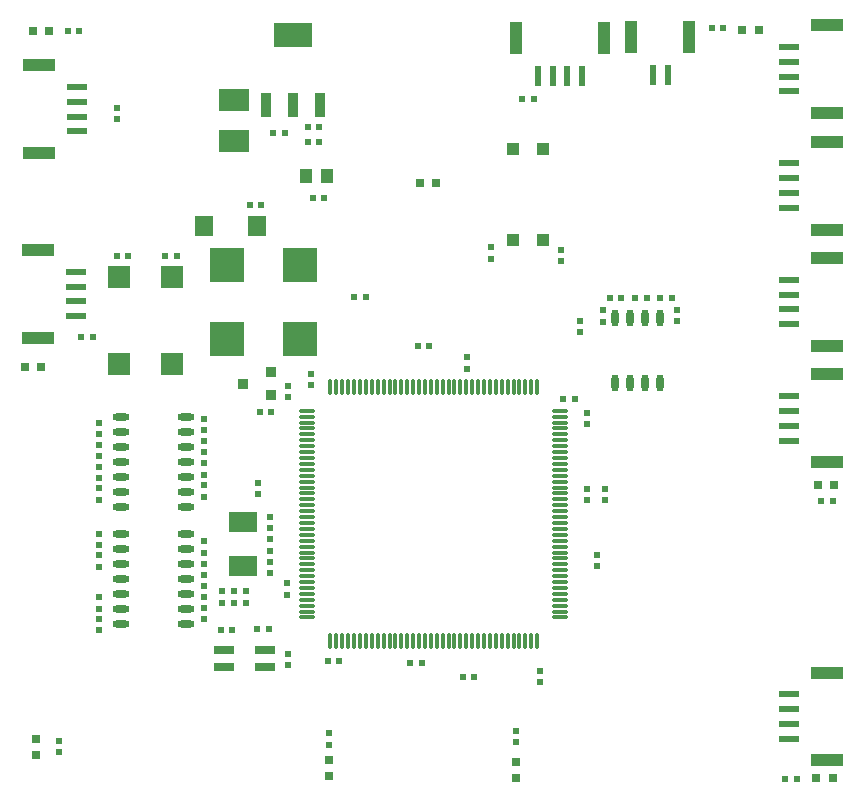
<source format=gtp>
G04*
G04 #@! TF.GenerationSoftware,Altium Limited,Altium Designer,19.0.12 (326)*
G04*
G04 Layer_Color=8421504*
%FSLAX24Y24*%
%MOIN*%
G70*
G01*
G75*
%ADD21R,0.0300X0.0300*%
%ADD22R,0.0300X0.0300*%
%ADD23R,0.0374X0.0354*%
%ADD24R,0.0374X0.0354*%
%ADD25R,0.0236X0.0200*%
%ADD26R,0.0236X0.0669*%
%ADD27R,0.0394X0.1063*%
%ADD28R,0.0669X0.0236*%
%ADD29R,0.1063X0.0394*%
%ADD30R,0.0354X0.0846*%
%ADD31R,0.1280X0.0846*%
%ADD32R,0.0200X0.0236*%
%ADD33R,0.0984X0.0748*%
%ADD34R,0.0394X0.0500*%
%ADD35R,0.0945X0.0669*%
%ADD36R,0.1181X0.1181*%
%ADD37R,0.0598X0.0679*%
%ADD38R,0.0748X0.0728*%
%ADD39R,0.0433X0.0433*%
%ADD40O,0.0236X0.0571*%
%ADD41O,0.0571X0.0236*%
%ADD42R,0.0709X0.0295*%
%ADD43O,0.0118X0.0571*%
%ADD44O,0.0571X0.0118*%
D21*
X15380Y29070D02*
D03*
X15925Y29069D02*
D03*
X2475Y34121D02*
D03*
X3020Y34120D02*
D03*
X2770Y22920D02*
D03*
X2225Y22921D02*
D03*
X26675Y34169D02*
D03*
X26130Y34170D02*
D03*
X29200Y18981D02*
D03*
X28655Y18981D02*
D03*
X28605Y9221D02*
D03*
X29150Y9220D02*
D03*
D22*
X2599Y9975D02*
D03*
X2600Y10520D02*
D03*
X12357Y9840D02*
D03*
X12356Y9295D02*
D03*
X18587Y9755D02*
D03*
X18587Y9210D02*
D03*
D23*
X10413Y21996D02*
D03*
X9487Y22370D02*
D03*
D24*
X10413Y22744D02*
D03*
D25*
X23950Y24822D02*
D03*
Y24442D02*
D03*
X21500Y24814D02*
D03*
Y24434D02*
D03*
X20709Y24470D02*
D03*
Y24090D02*
D03*
X20950Y21020D02*
D03*
Y21400D02*
D03*
X21550Y18860D02*
D03*
Y18480D02*
D03*
X20950D02*
D03*
Y18860D02*
D03*
X21300Y16660D02*
D03*
Y16280D02*
D03*
X19398Y12793D02*
D03*
Y12413D02*
D03*
X10976Y12980D02*
D03*
Y13360D02*
D03*
X11750Y22320D02*
D03*
Y22700D02*
D03*
X11000Y22300D02*
D03*
Y21920D02*
D03*
X10000Y18689D02*
D03*
Y19069D02*
D03*
X10950Y15710D02*
D03*
Y15330D02*
D03*
X9600Y15070D02*
D03*
Y15450D02*
D03*
X9200Y15070D02*
D03*
Y15450D02*
D03*
X8800Y15070D02*
D03*
Y15450D02*
D03*
X8200Y14520D02*
D03*
Y14900D02*
D03*
Y15252D02*
D03*
Y15632D02*
D03*
Y16372D02*
D03*
Y15992D02*
D03*
Y16740D02*
D03*
Y17120D02*
D03*
X16950Y22866D02*
D03*
Y23246D02*
D03*
X20098Y26826D02*
D03*
Y26446D02*
D03*
X17748Y26536D02*
D03*
Y26916D02*
D03*
X5300Y31570D02*
D03*
Y31190D02*
D03*
X3350Y10080D02*
D03*
Y10460D02*
D03*
X18587Y10796D02*
D03*
Y10416D02*
D03*
X12350Y10720D02*
D03*
Y10340D02*
D03*
X10400Y17925D02*
D03*
Y17545D02*
D03*
Y16045D02*
D03*
Y16425D02*
D03*
X10401Y17175D02*
D03*
Y16795D02*
D03*
X8200Y21200D02*
D03*
Y20820D02*
D03*
Y20091D02*
D03*
Y20471D02*
D03*
X4700Y19960D02*
D03*
Y20340D02*
D03*
Y20690D02*
D03*
Y21070D02*
D03*
X8200Y19709D02*
D03*
Y19329D02*
D03*
X4700Y19590D02*
D03*
Y19210D02*
D03*
Y18879D02*
D03*
Y18499D02*
D03*
X8200Y18981D02*
D03*
Y18601D02*
D03*
X4700Y16270D02*
D03*
Y16650D02*
D03*
X4692Y14533D02*
D03*
Y14153D02*
D03*
X4700Y16982D02*
D03*
Y17362D02*
D03*
X4692Y15252D02*
D03*
Y14872D02*
D03*
D26*
X20792Y32620D02*
D03*
X20300D02*
D03*
X19316D02*
D03*
X19808D02*
D03*
X23642Y32670D02*
D03*
X23150D02*
D03*
D27*
X21520Y33880D02*
D03*
X18587D02*
D03*
X22422Y33930D02*
D03*
X24370D02*
D03*
D28*
X3950Y32254D02*
D03*
Y31762D02*
D03*
Y30778D02*
D03*
Y31270D02*
D03*
X3910Y26092D02*
D03*
Y25600D02*
D03*
Y24615D02*
D03*
Y25107D02*
D03*
X27700Y21454D02*
D03*
Y21946D02*
D03*
Y20962D02*
D03*
Y20470D02*
D03*
Y33096D02*
D03*
Y33589D02*
D03*
Y32604D02*
D03*
Y32112D02*
D03*
Y29216D02*
D03*
Y29708D02*
D03*
Y28724D02*
D03*
Y28231D02*
D03*
Y11520D02*
D03*
Y12012D02*
D03*
Y11028D02*
D03*
Y10536D02*
D03*
Y25335D02*
D03*
Y25827D02*
D03*
Y24843D02*
D03*
Y24351D02*
D03*
D29*
X2690Y32983D02*
D03*
Y30050D02*
D03*
X2650Y26820D02*
D03*
Y23887D02*
D03*
X28960Y22675D02*
D03*
Y19742D02*
D03*
Y34317D02*
D03*
Y31384D02*
D03*
Y30436D02*
D03*
Y27503D02*
D03*
Y12740D02*
D03*
Y9807D02*
D03*
Y26555D02*
D03*
Y23622D02*
D03*
D30*
X10244Y31666D02*
D03*
X11150D02*
D03*
X12056D02*
D03*
D31*
X11150Y33974D02*
D03*
D32*
X10500Y30720D02*
D03*
X10880D02*
D03*
X11650Y30920D02*
D03*
X12030D02*
D03*
X11650Y30420D02*
D03*
X12030D02*
D03*
X12200Y28570D02*
D03*
X11820D02*
D03*
X5670Y26620D02*
D03*
X5290D02*
D03*
X19180Y31870D02*
D03*
X18800D02*
D03*
X13200Y25270D02*
D03*
X13580D02*
D03*
X9710Y28321D02*
D03*
X10090D02*
D03*
X20550Y21870D02*
D03*
X20170D02*
D03*
X12310Y13127D02*
D03*
X12690D02*
D03*
X15060Y13070D02*
D03*
X15440D02*
D03*
X15690Y23622D02*
D03*
X15310D02*
D03*
X16820Y12576D02*
D03*
X17200D02*
D03*
X6900Y26620D02*
D03*
X7280D02*
D03*
X22090Y25222D02*
D03*
X21710D02*
D03*
X23400D02*
D03*
X23780D02*
D03*
X22940D02*
D03*
X22560D02*
D03*
X10047Y21420D02*
D03*
X10427D02*
D03*
X3650Y34120D02*
D03*
X4030D02*
D03*
X4100Y23920D02*
D03*
X4480D02*
D03*
X25500Y34220D02*
D03*
X25120D02*
D03*
X29150Y18470D02*
D03*
X28770D02*
D03*
X27940Y9205D02*
D03*
X27560D02*
D03*
X10352Y14175D02*
D03*
X9972D02*
D03*
X8750Y14170D02*
D03*
X9130D02*
D03*
D33*
X9200Y31816D02*
D03*
Y30470D02*
D03*
D34*
X11579Y29302D02*
D03*
X12299D02*
D03*
D35*
X9500Y17753D02*
D03*
Y16297D02*
D03*
D36*
X8953Y23870D02*
D03*
Y26320D02*
D03*
X11403D02*
D03*
Y23870D02*
D03*
D37*
X8200Y27620D02*
D03*
X9972D02*
D03*
D38*
X7136Y25917D02*
D03*
X5364Y23023D02*
D03*
Y25917D02*
D03*
X7136Y23023D02*
D03*
D39*
X19498Y30181D02*
D03*
X18498Y27161D02*
D03*
Y30181D02*
D03*
X19498Y27161D02*
D03*
D40*
X21900Y22399D02*
D03*
X22400D02*
D03*
X22900D02*
D03*
X23400D02*
D03*
X21900Y24545D02*
D03*
X22400D02*
D03*
X22900D02*
D03*
X23400D02*
D03*
D41*
X7573Y18270D02*
D03*
Y18770D02*
D03*
Y19270D02*
D03*
Y19770D02*
D03*
Y20270D02*
D03*
Y20770D02*
D03*
Y21270D02*
D03*
X5427Y18270D02*
D03*
Y18770D02*
D03*
Y19270D02*
D03*
Y19770D02*
D03*
Y20270D02*
D03*
Y20770D02*
D03*
Y21270D02*
D03*
X7573Y14348D02*
D03*
Y14848D02*
D03*
Y15348D02*
D03*
Y15848D02*
D03*
Y16348D02*
D03*
Y16848D02*
D03*
Y17348D02*
D03*
X5427Y14348D02*
D03*
Y14848D02*
D03*
Y15348D02*
D03*
Y15848D02*
D03*
Y16348D02*
D03*
Y16848D02*
D03*
Y17348D02*
D03*
D42*
X8872Y13505D02*
D03*
X10211D02*
D03*
Y12935D02*
D03*
X8872D02*
D03*
D43*
X12405Y22242D02*
D03*
X12602D02*
D03*
X12799D02*
D03*
X12996D02*
D03*
X13193D02*
D03*
X13389D02*
D03*
X13586D02*
D03*
X13783D02*
D03*
X13980D02*
D03*
X14177D02*
D03*
X14374D02*
D03*
X14570D02*
D03*
X14767D02*
D03*
X14964D02*
D03*
X15161D02*
D03*
X15358D02*
D03*
X15555D02*
D03*
X15752D02*
D03*
X15948D02*
D03*
X16145D02*
D03*
X16342D02*
D03*
X16539D02*
D03*
X16736D02*
D03*
X16933D02*
D03*
X17130D02*
D03*
X17326D02*
D03*
X17523D02*
D03*
X17720D02*
D03*
X17917D02*
D03*
X18114D02*
D03*
X18311D02*
D03*
X18507D02*
D03*
X18704D02*
D03*
X18901D02*
D03*
X19098D02*
D03*
X19295D02*
D03*
Y13798D02*
D03*
X19098D02*
D03*
X18901D02*
D03*
X18704D02*
D03*
X18507D02*
D03*
X18311D02*
D03*
X18114D02*
D03*
X17917D02*
D03*
X17720D02*
D03*
X17523D02*
D03*
X17326D02*
D03*
X17130D02*
D03*
X16933D02*
D03*
X16736D02*
D03*
X16539D02*
D03*
X16342D02*
D03*
X16145D02*
D03*
X15948D02*
D03*
X15752D02*
D03*
X15555D02*
D03*
X15358D02*
D03*
X15161D02*
D03*
X14964D02*
D03*
X14767D02*
D03*
X14570D02*
D03*
X14374D02*
D03*
X14177D02*
D03*
X13980D02*
D03*
X13783D02*
D03*
X13586D02*
D03*
X13389D02*
D03*
X13193D02*
D03*
X12996D02*
D03*
X12799D02*
D03*
X12602D02*
D03*
X12405D02*
D03*
D44*
X20072Y21465D02*
D03*
Y21268D02*
D03*
Y21071D02*
D03*
Y20874D02*
D03*
Y20677D02*
D03*
Y20481D02*
D03*
Y20284D02*
D03*
Y20087D02*
D03*
Y19890D02*
D03*
Y19693D02*
D03*
Y19496D02*
D03*
Y19300D02*
D03*
Y19103D02*
D03*
Y18906D02*
D03*
Y18709D02*
D03*
Y18512D02*
D03*
Y18315D02*
D03*
Y18118D02*
D03*
Y17922D02*
D03*
Y17725D02*
D03*
Y17528D02*
D03*
Y17331D02*
D03*
Y17134D02*
D03*
Y16937D02*
D03*
Y16740D02*
D03*
Y16544D02*
D03*
Y16347D02*
D03*
Y16150D02*
D03*
Y15953D02*
D03*
Y15756D02*
D03*
Y15559D02*
D03*
Y15363D02*
D03*
Y15166D02*
D03*
Y14969D02*
D03*
Y14772D02*
D03*
Y14575D02*
D03*
X11628D02*
D03*
Y14772D02*
D03*
Y14969D02*
D03*
Y15166D02*
D03*
Y15363D02*
D03*
Y15559D02*
D03*
Y15756D02*
D03*
Y15953D02*
D03*
Y16150D02*
D03*
Y16347D02*
D03*
Y16544D02*
D03*
Y16740D02*
D03*
Y16937D02*
D03*
Y17134D02*
D03*
Y17331D02*
D03*
Y17528D02*
D03*
Y17725D02*
D03*
Y17922D02*
D03*
Y18118D02*
D03*
Y18315D02*
D03*
Y18512D02*
D03*
Y18709D02*
D03*
Y18906D02*
D03*
Y19103D02*
D03*
Y19300D02*
D03*
Y19496D02*
D03*
Y19693D02*
D03*
Y19890D02*
D03*
Y20087D02*
D03*
Y20284D02*
D03*
Y20481D02*
D03*
Y20677D02*
D03*
Y20874D02*
D03*
Y21071D02*
D03*
Y21268D02*
D03*
Y21465D02*
D03*
M02*

</source>
